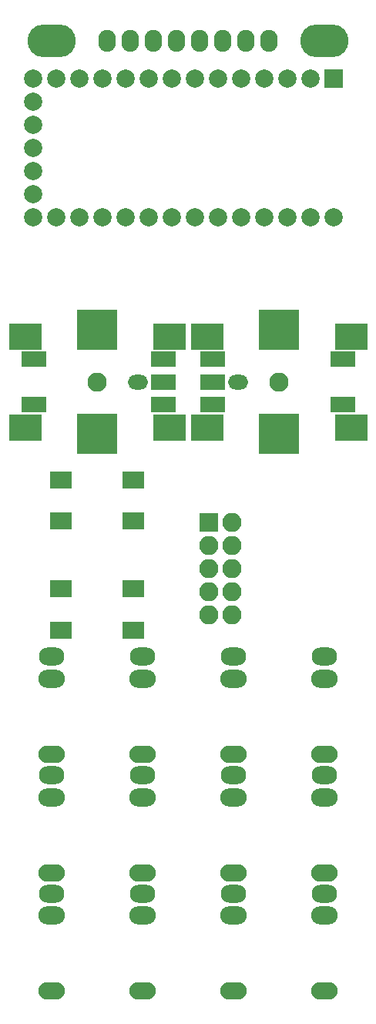
<source format=gbr>
G04 #@! TF.FileFunction,Soldermask,Top*
%FSLAX46Y46*%
G04 Gerber Fmt 4.6, Leading zero omitted, Abs format (unit mm)*
G04 Created by KiCad (PCBNEW 4.0.6) date 2018 February 05, Monday 13:52:32*
%MOMM*%
%LPD*%
G01*
G04 APERTURE LIST*
%ADD10C,0.100000*%
%ADD11R,2.100000X2.100000*%
%ADD12O,2.100000X2.100000*%
%ADD13C,2.000000*%
%ADD14R,2.000000X2.000000*%
%ADD15R,2.800000X1.700000*%
%ADD16R,4.400000X4.400000*%
%ADD17C,2.120000*%
%ADD18O,2.220000X1.620000*%
%ADD19R,3.600000X2.900000*%
%ADD20O,2.900000X1.900000*%
%ADD21O,2.900000X2.000000*%
%ADD22O,2.800000X2.000000*%
%ADD23R,2.400000X1.900000*%
%ADD24O,1.924000X2.400000*%
%ADD25O,5.300000X3.600000*%
G04 APERTURE END LIST*
D10*
D11*
X22230000Y-55420000D03*
D12*
X24770000Y-55420000D03*
X22230000Y-57960000D03*
X24770000Y-57960000D03*
X22230000Y-60500000D03*
X24770000Y-60500000D03*
X22230000Y-63040000D03*
X24770000Y-63040000D03*
X22230000Y-65580000D03*
X24770000Y-65580000D03*
D13*
X2990000Y-14300000D03*
X2990000Y-16840000D03*
X2990000Y-19380000D03*
X2990000Y-21920000D03*
X2990000Y-11760000D03*
X2990000Y-9220000D03*
X2990000Y-6680000D03*
X5530000Y-21920000D03*
X8070000Y-21920000D03*
X10610000Y-21920000D03*
X13150000Y-21920000D03*
X15690000Y-21920000D03*
X18230000Y-21920000D03*
X20770000Y-21920000D03*
X23310000Y-21920000D03*
X25850000Y-21920000D03*
X28390000Y-21920000D03*
X30930000Y-21920000D03*
X33470000Y-21920000D03*
X36010000Y-21920000D03*
X5530000Y-6680000D03*
X8070000Y-6680000D03*
X10610000Y-6680000D03*
X13150000Y-6680000D03*
X15690000Y-6680000D03*
X18230000Y-6680000D03*
X20770000Y-6680000D03*
X23310000Y-6680000D03*
X25850000Y-6680000D03*
X28390000Y-6680000D03*
X30930000Y-6680000D03*
X33470000Y-6680000D03*
D14*
X36010000Y-6680000D03*
D15*
X22700000Y-37500000D03*
X22700000Y-40000000D03*
X22700000Y-42500000D03*
X37000000Y-42500000D03*
X37000000Y-37500000D03*
D16*
X30000000Y-45700000D03*
X30000000Y-34300000D03*
D17*
X30000000Y-40000000D03*
D18*
X25500000Y-40000000D03*
D19*
X37900000Y-35000000D03*
X22100000Y-35000000D03*
X22100000Y-45000000D03*
X37900000Y-45000000D03*
D15*
X17300000Y-42500000D03*
X17300000Y-40000000D03*
X17300000Y-37500000D03*
X3000000Y-37500000D03*
X3000000Y-42500000D03*
D16*
X10000000Y-34300000D03*
X10000000Y-45700000D03*
D17*
X10000000Y-40000000D03*
D18*
X14500000Y-40000000D03*
D19*
X2100000Y-45000000D03*
X17900000Y-45000000D03*
X17900000Y-35000000D03*
X2100000Y-35000000D03*
D20*
X5000000Y-80920000D03*
D21*
X5000000Y-72620000D03*
D22*
X5000000Y-70200000D03*
D20*
X15000000Y-80920000D03*
D21*
X15000000Y-72620000D03*
D22*
X15000000Y-70200000D03*
D20*
X25000000Y-80920000D03*
D21*
X25000000Y-72620000D03*
D22*
X25000000Y-70200000D03*
D20*
X35000000Y-80920000D03*
D21*
X35000000Y-72620000D03*
D22*
X35000000Y-70200000D03*
D20*
X5000000Y-93920000D03*
D21*
X5000000Y-85620000D03*
D22*
X5000000Y-83200000D03*
D20*
X15000000Y-93920000D03*
D21*
X15000000Y-85620000D03*
D22*
X15000000Y-83200000D03*
D20*
X25000000Y-93920000D03*
D21*
X25000000Y-85620000D03*
D22*
X25000000Y-83200000D03*
D20*
X35000000Y-93920000D03*
D21*
X35000000Y-85620000D03*
D22*
X35000000Y-83200000D03*
D20*
X5000000Y-106920000D03*
D21*
X5000000Y-98620000D03*
D22*
X5000000Y-96200000D03*
D20*
X15000000Y-106920000D03*
D21*
X15000000Y-98620000D03*
D22*
X15000000Y-96200000D03*
D20*
X25000000Y-106920000D03*
D21*
X25000000Y-98620000D03*
D22*
X25000000Y-96200000D03*
D20*
X35000000Y-106920000D03*
D21*
X35000000Y-98620000D03*
D22*
X35000000Y-96200000D03*
D23*
X6025000Y-62750000D03*
X13975000Y-62750000D03*
X13975000Y-67250000D03*
X6025000Y-67250000D03*
X6025000Y-50750000D03*
X13975000Y-50750000D03*
X13975000Y-55250000D03*
X6025000Y-55250000D03*
D24*
X11110000Y-2500000D03*
D25*
X35000000Y-2500000D03*
X5000000Y-2500000D03*
D24*
X13650000Y-2500000D03*
X16190000Y-2500000D03*
X18730000Y-2500000D03*
X21270000Y-2500000D03*
X23810000Y-2500000D03*
X26350000Y-2500000D03*
X28890000Y-2500000D03*
M02*

</source>
